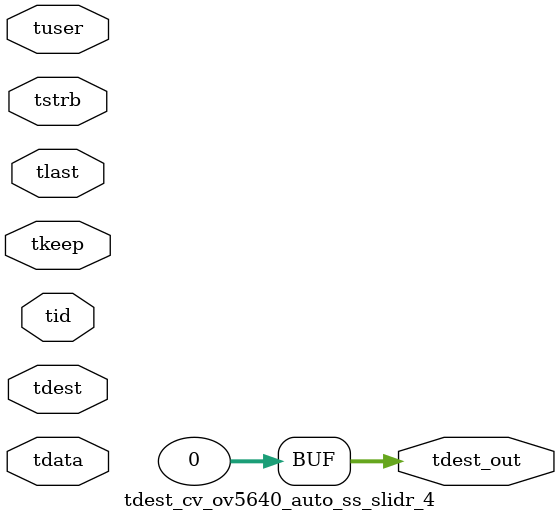
<source format=v>


`timescale 1ps/1ps

module tdest_cv_ov5640_auto_ss_slidr_4 #
(
parameter C_S_AXIS_TDATA_WIDTH = 32,
parameter C_S_AXIS_TUSER_WIDTH = 0,
parameter C_S_AXIS_TID_WIDTH   = 0,
parameter C_S_AXIS_TDEST_WIDTH = 0,
parameter C_M_AXIS_TDEST_WIDTH = 32
)
(
input  [(C_S_AXIS_TDATA_WIDTH == 0 ? 1 : C_S_AXIS_TDATA_WIDTH)-1:0     ] tdata,
input  [(C_S_AXIS_TUSER_WIDTH == 0 ? 1 : C_S_AXIS_TUSER_WIDTH)-1:0     ] tuser,
input  [(C_S_AXIS_TID_WIDTH   == 0 ? 1 : C_S_AXIS_TID_WIDTH)-1:0       ] tid,
input  [(C_S_AXIS_TDEST_WIDTH == 0 ? 1 : C_S_AXIS_TDEST_WIDTH)-1:0     ] tdest,
input  [(C_S_AXIS_TDATA_WIDTH/8)-1:0 ] tkeep,
input  [(C_S_AXIS_TDATA_WIDTH/8)-1:0 ] tstrb,
input                                                                    tlast,
output [C_M_AXIS_TDEST_WIDTH-1:0] tdest_out
);

assign tdest_out = {1'b0};

endmodule


</source>
